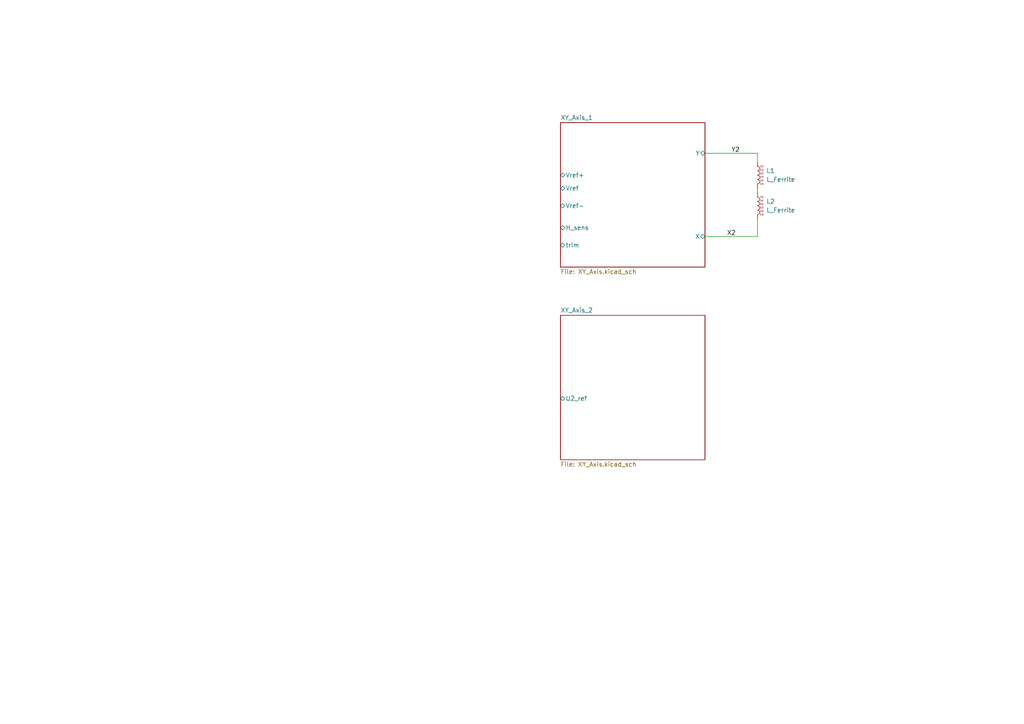
<source format=kicad_sch>
(kicad_sch (version 20230121) (generator eeschema)

  (uuid 5eab7e8b-54e1-47d0-9dc3-1e7c3fa2f560)

  (paper "A4")

  (title_block
    (title "MagLev")
  )

  (lib_symbols
    (symbol "Device:L_Ferrite" (pin_numbers hide) (pin_names (offset 1.016) hide) (in_bom yes) (on_board yes)
      (property "Reference" "L" (at -1.27 0 90)
        (effects (font (size 1.27 1.27)))
      )
      (property "Value" "L_Ferrite" (at 2.794 0 90)
        (effects (font (size 1.27 1.27)))
      )
      (property "Footprint" "" (at 0 0 0)
        (effects (font (size 1.27 1.27)) hide)
      )
      (property "Datasheet" "~" (at 0 0 0)
        (effects (font (size 1.27 1.27)) hide)
      )
      (property "ki_keywords" "inductor choke coil reactor magnetic" (at 0 0 0)
        (effects (font (size 1.27 1.27)) hide)
      )
      (property "ki_description" "Inductor with ferrite core" (at 0 0 0)
        (effects (font (size 1.27 1.27)) hide)
      )
      (property "ki_fp_filters" "Choke_* *Coil* Inductor_* L_*" (at 0 0 0)
        (effects (font (size 1.27 1.27)) hide)
      )
      (symbol "L_Ferrite_0_1"
        (arc (start 0 -2.54) (mid 0.6323 -1.905) (end 0 -1.27)
          (stroke (width 0) (type default))
          (fill (type none))
        )
        (arc (start 0 -1.27) (mid 0.6323 -0.635) (end 0 0)
          (stroke (width 0) (type default))
          (fill (type none))
        )
        (polyline
          (pts
            (xy 1.016 -2.794)
            (xy 1.016 -2.286)
          )
          (stroke (width 0) (type default))
          (fill (type none))
        )
        (polyline
          (pts
            (xy 1.016 -1.778)
            (xy 1.016 -1.27)
          )
          (stroke (width 0) (type default))
          (fill (type none))
        )
        (polyline
          (pts
            (xy 1.016 -0.762)
            (xy 1.016 -0.254)
          )
          (stroke (width 0) (type default))
          (fill (type none))
        )
        (polyline
          (pts
            (xy 1.016 0.254)
            (xy 1.016 0.762)
          )
          (stroke (width 0) (type default))
          (fill (type none))
        )
        (polyline
          (pts
            (xy 1.016 1.27)
            (xy 1.016 1.778)
          )
          (stroke (width 0) (type default))
          (fill (type none))
        )
        (polyline
          (pts
            (xy 1.016 2.286)
            (xy 1.016 2.794)
          )
          (stroke (width 0) (type default))
          (fill (type none))
        )
        (polyline
          (pts
            (xy 1.524 -2.286)
            (xy 1.524 -2.794)
          )
          (stroke (width 0) (type default))
          (fill (type none))
        )
        (polyline
          (pts
            (xy 1.524 -1.27)
            (xy 1.524 -1.778)
          )
          (stroke (width 0) (type default))
          (fill (type none))
        )
        (polyline
          (pts
            (xy 1.524 -0.254)
            (xy 1.524 -0.762)
          )
          (stroke (width 0) (type default))
          (fill (type none))
        )
        (polyline
          (pts
            (xy 1.524 0.762)
            (xy 1.524 0.254)
          )
          (stroke (width 0) (type default))
          (fill (type none))
        )
        (polyline
          (pts
            (xy 1.524 1.778)
            (xy 1.524 1.27)
          )
          (stroke (width 0) (type default))
          (fill (type none))
        )
        (polyline
          (pts
            (xy 1.524 2.794)
            (xy 1.524 2.286)
          )
          (stroke (width 0) (type default))
          (fill (type none))
        )
        (arc (start 0 0) (mid 0.6323 0.635) (end 0 1.27)
          (stroke (width 0) (type default))
          (fill (type none))
        )
        (arc (start 0 1.27) (mid 0.6323 1.905) (end 0 2.54)
          (stroke (width 0) (type default))
          (fill (type none))
        )
      )
      (symbol "L_Ferrite_1_1"
        (pin passive line (at 0 3.81 270) (length 1.27)
          (name "1" (effects (font (size 1.27 1.27))))
          (number "1" (effects (font (size 1.27 1.27))))
        )
        (pin passive line (at 0 -3.81 90) (length 1.27)
          (name "2" (effects (font (size 1.27 1.27))))
          (number "2" (effects (font (size 1.27 1.27))))
        )
      )
    )
  )


  (wire (pts (xy 219.71 54.61) (xy 219.71 55.88))
    (stroke (width 0) (type default))
    (uuid 2a44f667-ef14-4d7f-b99b-6721c28342e3)
  )
  (wire (pts (xy 204.47 44.45) (xy 219.71 44.45))
    (stroke (width 0) (type default))
    (uuid 2b6e059e-8251-4caa-9671-1ed498bf3353)
  )
  (wire (pts (xy 219.71 44.45) (xy 219.71 46.99))
    (stroke (width 0) (type default))
    (uuid 85499f27-a845-4e27-8825-b09dfdcb9aee)
  )
  (wire (pts (xy 219.71 63.5) (xy 219.71 68.58))
    (stroke (width 0) (type default))
    (uuid b37b4c16-3a81-4ea8-a8a4-44fc144d7fb3)
  )
  (wire (pts (xy 219.71 68.58) (xy 204.47 68.58))
    (stroke (width 0) (type default))
    (uuid ee8e5831-f038-4987-bcde-62ce8094defc)
  )

  (label "Y2" (at 212.09 44.45 0) (fields_autoplaced)
    (effects (font (size 1.27 1.27)) (justify left bottom))
    (uuid 346eda66-73db-4c52-b2f2-aa36592020fa)
  )
  (label "X2" (at 210.82 68.58 0) (fields_autoplaced)
    (effects (font (size 1.27 1.27)) (justify left bottom))
    (uuid dfff5a56-9aab-40b0-9389-9b0468521b88)
  )

  (symbol (lib_id "Device:L_Ferrite") (at 219.71 59.69 0) (unit 1)
    (in_bom yes) (on_board yes) (dnp no) (fields_autoplaced)
    (uuid 77fe5506-19db-4bb1-86fd-c133905386ea)
    (property "Reference" "L2" (at 222.25 58.42 0)
      (effects (font (size 1.27 1.27)) (justify left))
    )
    (property "Value" "L_Ferrite" (at 222.25 60.96 0)
      (effects (font (size 1.27 1.27)) (justify left))
    )
    (property "Footprint" "" (at 219.71 59.69 0)
      (effects (font (size 1.27 1.27)) hide)
    )
    (property "Datasheet" "~" (at 219.71 59.69 0)
      (effects (font (size 1.27 1.27)) hide)
    )
    (pin "1" (uuid eb540db3-07a2-43a0-a01f-6c9d26c40a47))
    (pin "2" (uuid 850d0a0f-3989-4675-b8f7-a719fb55d5e5))
    (instances
      (project "MagLev"
        (path "/5eab7e8b-54e1-47d0-9dc3-1e7c3fa2f560"
          (reference "L2") (unit 1)
        )
        (path "/5eab7e8b-54e1-47d0-9dc3-1e7c3fa2f560/1b1a7f40-4880-4dc8-87d1-1ed1d4fb8d1e"
          (reference "L2") (unit 1)
        )
        (path "/5eab7e8b-54e1-47d0-9dc3-1e7c3fa2f560/7df46fb0-abf8-474a-ba30-7ff9455482b6"
          (reference "L4") (unit 1)
        )
      )
    )
  )

  (symbol (lib_id "Device:L_Ferrite") (at 219.71 50.8 0) (unit 1)
    (in_bom yes) (on_board yes) (dnp no) (fields_autoplaced)
    (uuid e2e6c354-b105-403c-8628-768a78add92d)
    (property "Reference" "L1" (at 222.25 49.53 0)
      (effects (font (size 1.27 1.27)) (justify left))
    )
    (property "Value" "L_Ferrite" (at 222.25 52.07 0)
      (effects (font (size 1.27 1.27)) (justify left))
    )
    (property "Footprint" "" (at 219.71 50.8 0)
      (effects (font (size 1.27 1.27)) hide)
    )
    (property "Datasheet" "~" (at 219.71 50.8 0)
      (effects (font (size 1.27 1.27)) hide)
    )
    (pin "1" (uuid 2c5c411f-93d0-46ff-87f4-6da039e4fed0))
    (pin "2" (uuid 97793c6e-1a02-4791-80d1-54351633a8c2))
    (instances
      (project "MagLev"
        (path "/5eab7e8b-54e1-47d0-9dc3-1e7c3fa2f560"
          (reference "L1") (unit 1)
        )
        (path "/5eab7e8b-54e1-47d0-9dc3-1e7c3fa2f560/1b1a7f40-4880-4dc8-87d1-1ed1d4fb8d1e"
          (reference "L1") (unit 1)
        )
        (path "/5eab7e8b-54e1-47d0-9dc3-1e7c3fa2f560/7df46fb0-abf8-474a-ba30-7ff9455482b6"
          (reference "L3") (unit 1)
        )
      )
    )
  )

  (sheet (at 162.56 35.56) (size 41.91 41.91) (fields_autoplaced)
    (stroke (width 0.1524) (type solid))
    (fill (color 0 0 0 0.0000))
    (uuid 1b1a7f40-4880-4dc8-87d1-1ed1d4fb8d1e)
    (property "Sheetname" "XY_Axis_1" (at 162.56 34.8484 0)
      (effects (font (size 1.27 1.27)) (justify left bottom))
    )
    (property "Sheetfile" "XY_Axis.kicad_sch" (at 162.56 78.0546 0)
      (effects (font (size 1.27 1.27)) (justify left top))
    )
    (pin "Vref" bidirectional (at 162.56 54.61 180)
      (effects (font (size 1.27 1.27)) (justify left))
      (uuid 620a4eff-b37a-4213-bb3f-514b4ac6cc60)
    )
    (pin "Vref-" bidirectional (at 162.56 59.69 180)
      (effects (font (size 1.27 1.27)) (justify left))
      (uuid f478cbf8-136b-4374-b51c-1066487c1164)
    )
    (pin "Vref+" bidirectional (at 162.56 50.8 180)
      (effects (font (size 1.27 1.27)) (justify left))
      (uuid 1d3d675d-733b-4ed4-ac91-b316732f289a)
    )
    (pin "H_sens" bidirectional (at 162.56 66.04 180)
      (effects (font (size 1.27 1.27)) (justify left))
      (uuid 58ceb7b4-05bd-4af3-979b-28b8fcf3d5c5)
    )
    (pin "trim" bidirectional (at 162.56 71.12 180)
      (effects (font (size 1.27 1.27)) (justify left))
      (uuid 60ed3882-f6ac-46d7-96ea-fb94446f2bdc)
    )
    (pin "X" bidirectional (at 204.47 68.58 0)
      (effects (font (size 1.27 1.27)) (justify right))
      (uuid b57d1bee-1ee0-42e1-8ea3-0ace9d5964f7)
    )
    (pin "Y" bidirectional (at 204.47 44.45 0)
      (effects (font (size 1.27 1.27)) (justify right))
      (uuid a3496ed1-24ab-4456-a3d7-80b0ee773268)
    )
    (instances
      (project "MagLev"
        (path "/5eab7e8b-54e1-47d0-9dc3-1e7c3fa2f560" (page "2"))
      )
    )
  )

  (sheet (at 162.56 91.44) (size 41.91 41.91) (fields_autoplaced)
    (stroke (width 0.1524) (type solid))
    (fill (color 0 0 0 0.0000))
    (uuid 7df46fb0-abf8-474a-ba30-7ff9455482b6)
    (property "Sheetname" "XY_Axis_2" (at 162.56 90.7284 0)
      (effects (font (size 1.27 1.27)) (justify left bottom))
    )
    (property "Sheetfile" "XY_Axis.kicad_sch" (at 162.56 133.9346 0)
      (effects (font (size 1.27 1.27)) (justify left top))
    )
    (pin "U2_ref" bidirectional (at 162.56 115.57 180)
      (effects (font (size 1.27 1.27)) (justify left))
      (uuid 5956b99b-e9a7-4606-9bc4-5785ba4e9a2e)
    )
    (instances
      (project "MagLev"
        (path "/5eab7e8b-54e1-47d0-9dc3-1e7c3fa2f560" (page "3"))
      )
    )
  )

  (sheet_instances
    (path "/" (page "1"))
  )
)

</source>
